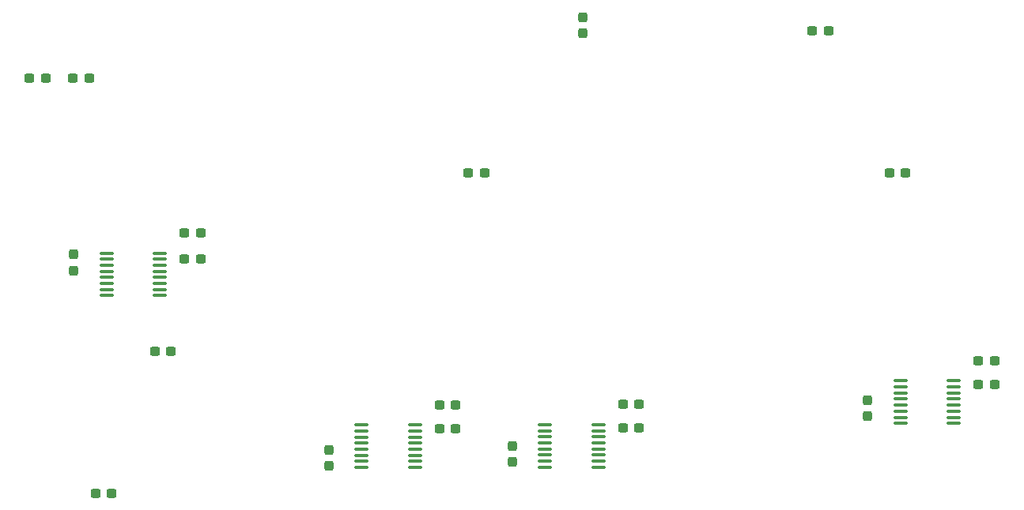
<source format=gtp>
%TF.GenerationSoftware,KiCad,Pcbnew,6.0.8*%
%TF.CreationDate,2022-10-28T14:06:57-07:00*%
%TF.ProjectId,pre-amp52,7072652d-616d-4703-9532-2e6b69636164,rev?*%
%TF.SameCoordinates,Original*%
%TF.FileFunction,Paste,Top*%
%TF.FilePolarity,Positive*%
%FSLAX46Y46*%
G04 Gerber Fmt 4.6, Leading zero omitted, Abs format (unit mm)*
G04 Created by KiCad (PCBNEW 6.0.8) date 2022-10-28 14:06:57*
%MOMM*%
%LPD*%
G01*
G04 APERTURE LIST*
G04 Aperture macros list*
%AMRoundRect*
0 Rectangle with rounded corners*
0 $1 Rounding radius*
0 $2 $3 $4 $5 $6 $7 $8 $9 X,Y pos of 4 corners*
0 Add a 4 corners polygon primitive as box body*
4,1,4,$2,$3,$4,$5,$6,$7,$8,$9,$2,$3,0*
0 Add four circle primitives for the rounded corners*
1,1,$1+$1,$2,$3*
1,1,$1+$1,$4,$5*
1,1,$1+$1,$6,$7*
1,1,$1+$1,$8,$9*
0 Add four rect primitives between the rounded corners*
20,1,$1+$1,$2,$3,$4,$5,0*
20,1,$1+$1,$4,$5,$6,$7,0*
20,1,$1+$1,$6,$7,$8,$9,0*
20,1,$1+$1,$8,$9,$2,$3,0*%
G04 Aperture macros list end*
%ADD10RoundRect,0.237500X0.300000X0.237500X-0.300000X0.237500X-0.300000X-0.237500X0.300000X-0.237500X0*%
%ADD11RoundRect,0.100000X-0.637500X-0.100000X0.637500X-0.100000X0.637500X0.100000X-0.637500X0.100000X0*%
%ADD12RoundRect,0.237500X-0.300000X-0.237500X0.300000X-0.237500X0.300000X0.237500X-0.300000X0.237500X0*%
%ADD13RoundRect,0.237500X-0.237500X0.300000X-0.237500X-0.300000X0.237500X-0.300000X0.237500X0.300000X0*%
%ADD14RoundRect,0.237500X0.237500X-0.300000X0.237500X0.300000X-0.237500X0.300000X-0.237500X-0.300000X0*%
G04 APERTURE END LIST*
D10*
X139292500Y-101600000D03*
X137567500Y-101600000D03*
D11*
X108930000Y-143815000D03*
X108930000Y-144465000D03*
X108930000Y-145115000D03*
X108930000Y-145765000D03*
X108930000Y-146415000D03*
X108930000Y-147065000D03*
X108930000Y-147715000D03*
X108930000Y-148365000D03*
X114655000Y-148365000D03*
X114655000Y-147715000D03*
X114655000Y-147065000D03*
X114655000Y-146415000D03*
X114655000Y-145765000D03*
X114655000Y-145115000D03*
X114655000Y-144465000D03*
X114655000Y-143815000D03*
D10*
X55472500Y-106680000D03*
X53747500Y-106680000D03*
X62550000Y-151192500D03*
X60825000Y-151192500D03*
D12*
X155347500Y-139493500D03*
X157072500Y-139493500D03*
D13*
X58512500Y-125565000D03*
X58512500Y-127290000D03*
D12*
X97635000Y-144217500D03*
X99360000Y-144217500D03*
D14*
X113030000Y-101827500D03*
X113030000Y-100102500D03*
D12*
X97635000Y-141677500D03*
X99360000Y-141677500D03*
D10*
X68880000Y-135962500D03*
X67155000Y-135962500D03*
X147547500Y-116840000D03*
X145822500Y-116840000D03*
D12*
X155347500Y-136953500D03*
X157072500Y-136953500D03*
X70350000Y-123252500D03*
X72075000Y-123252500D03*
X100737500Y-116840000D03*
X102462500Y-116840000D03*
X117280000Y-141645000D03*
X119005000Y-141645000D03*
D14*
X85797500Y-148255000D03*
X85797500Y-146530000D03*
D10*
X60145000Y-106680000D03*
X58420000Y-106680000D03*
D12*
X117280000Y-144185000D03*
X119005000Y-144185000D03*
D11*
X89285000Y-143847500D03*
X89285000Y-144497500D03*
X89285000Y-145147500D03*
X89285000Y-145797500D03*
X89285000Y-146447500D03*
X89285000Y-147097500D03*
X89285000Y-147747500D03*
X89285000Y-148397500D03*
X95010000Y-148397500D03*
X95010000Y-147747500D03*
X95010000Y-147097500D03*
X95010000Y-146447500D03*
X95010000Y-145797500D03*
X95010000Y-145147500D03*
X95010000Y-144497500D03*
X95010000Y-143847500D03*
D14*
X105442500Y-147815000D03*
X105442500Y-146090000D03*
D11*
X62000000Y-125422500D03*
X62000000Y-126072500D03*
X62000000Y-126722500D03*
X62000000Y-127372500D03*
X62000000Y-128022500D03*
X62000000Y-128672500D03*
X62000000Y-129322500D03*
X62000000Y-129972500D03*
X67725000Y-129972500D03*
X67725000Y-129322500D03*
X67725000Y-128672500D03*
X67725000Y-128022500D03*
X67725000Y-127372500D03*
X67725000Y-126722500D03*
X67725000Y-126072500D03*
X67725000Y-125422500D03*
D12*
X70350000Y-126020000D03*
X72075000Y-126020000D03*
D14*
X143510000Y-142896000D03*
X143510000Y-141171000D03*
D11*
X146997500Y-139123500D03*
X146997500Y-139773500D03*
X146997500Y-140423500D03*
X146997500Y-141073500D03*
X146997500Y-141723500D03*
X146997500Y-142373500D03*
X146997500Y-143023500D03*
X146997500Y-143673500D03*
X152722500Y-143673500D03*
X152722500Y-143023500D03*
X152722500Y-142373500D03*
X152722500Y-141723500D03*
X152722500Y-141073500D03*
X152722500Y-140423500D03*
X152722500Y-139773500D03*
X152722500Y-139123500D03*
M02*

</source>
